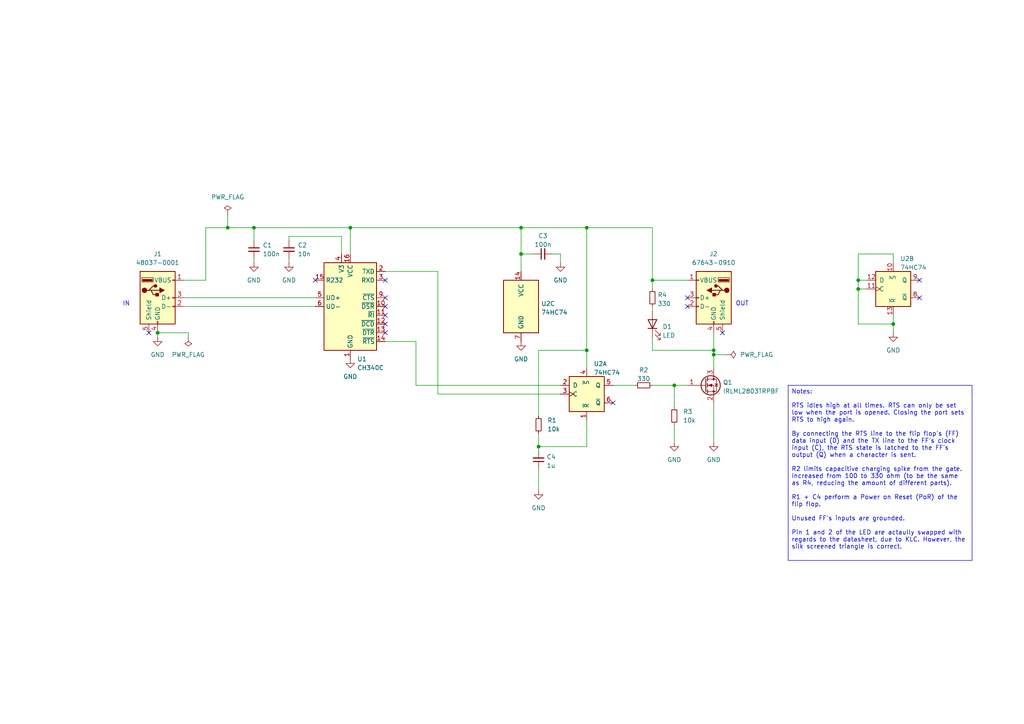
<source format=kicad_sch>
(kicad_sch (version 20230121) (generator eeschema)
  (paper "A4")
  (title_block (title "USB Power Stick") (date "2023-05-15") (rev "1.1") (company "Designed by Floris van der Ent (github.com/florisvde)") (comment 1 "https://ohwr.org/project/cernohl/wikis/Documents/CERN-OHL-version-2") (comment 2 "Released under the CERN Open Hardware Licence Version 2 - Strongly Reciprocal:"))
  (lib_symbols
    (symbol "74xx:74HC74" (pin_names (offset 1.016))
      (property "Reference" "U" (at -7.62 8.89 0))
      (property "Value" "74HC74" (at -7.62 -8.89 0))
      (symbol "74HC74_1_0"
        (pin input line (at 0 -7.62 90) (length 2.54) (name "~{R}") (number "1"))
        (pin input line (at -7.62 2.54 0) (length 2.54) (name "D") (number "2"))
        (pin input clock (at -7.62 0 0) (length 2.54) (name "C") (number "3"))
        (pin input line (at 0 7.62 270) (length 2.54) (name "~{S}") (number "4"))
        (pin output line (at 7.62 2.54 180) (length 2.54) (name "Q") (number "5"))
        (pin output line (at 7.62 -2.54 180) (length 2.54) (name "~{Q}") (number "6"))
      )
      (symbol "74HC74_1_1"
        (rectangle (start -5.08 5.08) (end 5.08 -5.08) (stroke (width 0.254)) (fill (type background)))
      )
      (symbol "74HC74_2_0"
        (pin input line (at 0 7.62 270) (length 2.54) (name "~{S}") (number "10"))
        (pin input clock (at -7.62 0 0) (length 2.54) (name "C") (number "11"))
        (pin input line (at -7.62 2.54 0) (length 2.54) (name "D") (number "12"))
        (pin input line (at 0 -7.62 90) (length 2.54) (name "~{R}") (number "13"))
        (pin output line (at 7.62 -2.54 180) (length 2.54) (name "~{Q}") (number "8"))
        (pin output line (at 7.62 2.54 180) (length 2.54) (name "Q") (number "9"))
      )
      (symbol "74HC74_2_1"
        (rectangle (start -5.08 5.08) (end 5.08 -5.08) (stroke (width 0.254)) (fill (type background)))
      )
      (symbol "74HC74_3_0"
        (pin power_in line (at 0 10.16 270) (length 2.54) (name "VCC") (number "14"))
        (pin power_in line (at 0 -10.16 90) (length 2.54) (name "GND") (number "7"))
      )
      (symbol "74HC74_3_1"
        (rectangle (start -5.08 7.62) (end 5.08 -7.62) (stroke (width 0.254)) (fill (type background)))
      )
    )
    (symbol "Connector:USB_A" (pin_names (offset 1.016))
      (property "Reference" "J" (at -5.08 11.43 0))
      (property "Value" "USB_A" (at -5.08 8.89 0))
      (symbol "USB_A_0_1"
        (rectangle (start -5.08 -7.62) (end 5.08 7.62) (stroke (width 0.254)) (fill (type background)))
        (circle (center -3.81 2.159) (radius 0.635) (stroke (width 0.254)) (fill (type outline)))
        (rectangle (start -1.524 4.826) (end -4.318 5.334) (fill (type outline)))
        (rectangle (start -1.27 4.572) (end -4.572 5.842))
        (circle (center -0.635 3.429) (radius 0.381) (stroke (width 0.254)) (fill (type outline)))
        (rectangle (start -0.127 -7.62) (end 0.127 -6.858))
        (polyline (pts (xy -3.175 2.159) (xy -2.54 2.159) (xy -1.27 3.429) (xy -0.635 3.429)) (stroke (width 0.254)))
        (polyline (pts (xy -2.54 2.159) (xy -1.905 2.159) (xy -1.27 0.889) (xy 0 0.889)) (stroke (width 0.254)))
        (polyline (pts (xy 0.635 2.794) (xy 0.635 1.524) (xy 1.905 2.159) (xy 0.635 2.794)) (stroke (width 0.254)) (fill (type outline)))
        (rectangle (start 0.254 1.27) (end -0.508 0.508) (stroke (width 0.254)) (fill (type outline)))
        (rectangle (start 5.08 -2.667) (end 4.318 -2.413))
        (rectangle (start 5.08 -0.127) (end 4.318 0.127))
        (rectangle (start 5.08 4.953) (end 4.318 5.207))
      )
      (symbol "USB_A_1_1"
        (polyline (pts (xy -1.905 2.159) (xy 0.635 2.159)) (stroke (width 0.254)))
        (pin power_in line (at 7.62 5.08 180) (length 2.54) (name "VBUS") (number "1"))
        (pin bidirectional line (at 7.62 -2.54 180) (length 2.54) (name "D-") (number "2"))
        (pin bidirectional line (at 7.62 0 180) (length 2.54) (name "D+") (number "3"))
        (pin power_in line (at 0 -10.16 90) (length 2.54) (name "GND") (number "4"))
        (pin passive line (at -2.54 -10.16 90) (length 2.54) (name "Shield") (number "5"))
      )
    )
    (symbol "Device:C_Small" (pin_numbers hide) (pin_names (offset 0.254) hide)
      (property "Reference" "C" (at 0.254 1.778 0))
      (property "Value" "C_Small" (at 0.254 -2.032 0))
      (symbol "C_Small_0_1"
        (polyline (pts (xy -1.524 -0.508) (xy 1.524 -0.508)) (stroke (width 0.3302)))
        (polyline (pts (xy -1.524 0.508) (xy 1.524 0.508)) (stroke (width 0.3048)))
      )
      (symbol "C_Small_1_1"
        (pin passive line (at 0 2.54 270) (length 2.032) (name "~") (number "1"))
        (pin passive line (at 0 -2.54 90) (length 2.032) (name "~") (number "2"))
      )
    )
    (symbol "Device:LED" (pin_numbers hide) (pin_names (offset 1.016) hide)
      (property "Reference" "D" (at 0 2.54 0))
      (property "Value" "LED" (at 0 -2.54 0))
      (symbol "LED_0_1"
        (polyline (pts (xy -1.27 -1.27) (xy -1.27 1.27)) (stroke (width 0.254)))
        (polyline (pts (xy -1.27 0) (xy 1.27 0)))
        (polyline (pts (xy 1.27 -1.27) (xy 1.27 1.27) (xy -1.27 0) (xy 1.27 -1.27)) (stroke (width 0.254)))
        (polyline (pts (xy -3.048 -0.762) (xy -4.572 -2.286) (xy -3.81 -2.286) (xy -4.572 -2.286) (xy -4.572 -1.524)))
        (polyline (pts (xy -1.778 -0.762) (xy -3.302 -2.286) (xy -2.54 -2.286) (xy -3.302 -2.286) (xy -3.302 -1.524)))
      )
      (symbol "LED_1_1"
        (pin passive line (at -3.81 0 0) (length 2.54) (name "K") (number "1"))
        (pin passive line (at 3.81 0 180) (length 2.54) (name "A") (number "2"))
      )
    )
    (symbol "Device:R_Small" (pin_numbers hide) (pin_names (offset 0.254) hide)
      (property "Reference" "R" (at 0.762 0.508 0))
      (property "Value" "R_Small" (at 0.762 -1.016 0))
      (symbol "R_Small_0_1"
        (rectangle (start -0.762 1.778) (end 0.762 -1.778) (stroke (width 0.2032)))
      )
      (symbol "R_Small_1_1"
        (pin passive line (at 0 2.54 270) (length 0.762) (name "~") (number "1"))
        (pin passive line (at 0 -2.54 90) (length 0.762) (name "~") (number "2"))
      )
    )
    (symbol "Interface_USB:CH340C"
      (property "Reference" "U" (at -5.08 13.97 0))
      (property "Value" "CH340C" (at 1.27 13.97 0))
      (symbol "CH340C_0_1"
        (rectangle (start -7.62 12.7) (end 7.62 -12.7) (stroke (width 0.254)) (fill (type background)))
      )
      (symbol "CH340C_1_1"
        (pin power_in line (at 0 -15.24 90) (length 2.54) (name "GND") (number "1"))
        (pin input line (at 10.16 0 180) (length 2.54) (name "~{DSR}") (number "10"))
        (pin input line (at 10.16 -2.54 180) (length 2.54) (name "~{RI}") (number "11"))
        (pin input line (at 10.16 -5.08 180) (length 2.54) (name "~{DCD}") (number "12"))
        (pin output line (at 10.16 -7.62 180) (length 2.54) (name "~{DTR}") (number "13"))
        (pin output line (at 10.16 -10.16 180) (length 2.54) (name "~{RTS}") (number "14"))
        (pin input line (at -10.16 7.62 0) (length 2.54) (name "R232") (number "15"))
        (pin power_in line (at 0 15.24 270) (length 2.54) (name "VCC") (number "16"))
        (pin output line (at 10.16 10.16 180) (length 2.54) (name "TXD") (number "2"))
        (pin input line (at 10.16 7.62 180) (length 2.54) (name "RXD") (number "3"))
        (pin passive line (at -2.54 15.24 270) (length 2.54) (name "V3") (number "4"))
        (pin bidirectional line (at -10.16 2.54 0) (length 2.54) (name "UD+") (number "5"))
        (pin bidirectional line (at -10.16 0 0) (length 2.54) (name "UD-") (number "6"))
        (pin no_connect line (at -7.62 -7.62 0) (length 2.54) hide (name "NC") (number "7"))
        (pin no_connect line (at -7.62 -10.16 0) (length 2.54) hide (name "NC") (number "8"))
        (pin input line (at 10.16 2.54 180) (length 2.54) (name "~{CTS}") (number "9"))
      )
    )
    (symbol "Transistor_FET:2N7002" (pin_names hide)
      (property "Reference" "Q" (at 5.08 1.905 0))
      (property "Value" "2N7002" (at 5.08 0 0))
      (symbol "2N7002_0_1"
        (polyline (pts (xy 0.254 0) (xy -2.54 0)))
        (polyline (pts (xy 0.254 1.905) (xy 0.254 -1.905)) (stroke (width 0.254)))
        (polyline (pts (xy 0.762 -1.27) (xy 0.762 -2.286)) (stroke (width 0.254)))
        (polyline (pts (xy 0.762 0.508) (xy 0.762 -0.508)) (stroke (width 0.254)))
        (polyline (pts (xy 0.762 2.286) (xy 0.762 1.27)) (stroke (width 0.254)))
        (polyline (pts (xy 2.54 2.54) (xy 2.54 1.778)))
        (polyline (pts (xy 2.54 -2.54) (xy 2.54 0) (xy 0.762 0)))
        (polyline (pts (xy 0.762 -1.778) (xy 3.302 -1.778) (xy 3.302 1.778) (xy 0.762 1.778)))
        (polyline (pts (xy 1.016 0) (xy 2.032 0.381) (xy 2.032 -0.381) (xy 1.016 0)) (fill (type outline)))
        (polyline (pts (xy 2.794 0.508) (xy 2.921 0.381) (xy 3.683 0.381) (xy 3.81 0.254)))
        (polyline (pts (xy 3.302 0.381) (xy 2.921 -0.254) (xy 3.683 -0.254) (xy 3.302 0.381)))
        (circle (center 1.651 0) (radius 2.794) (stroke (width 0.254)))
        (circle (center 2.54 -1.778) (radius 0.254) (fill (type outline)))
        (circle (center 2.54 1.778) (radius 0.254) (fill (type outline)))
      )
      (symbol "2N7002_1_1"
        (pin input line (at -5.08 0 0) (length 2.54) (name "G") (number "1"))
        (pin passive line (at 2.54 -5.08 90) (length 2.54) (name "S") (number "2"))
        (pin passive line (at 2.54 5.08 270) (length 2.54) (name "D") (number "3"))
      )
    )
    (symbol "power:GND" (power) (pin_names (offset 0))
      (property "Value" "GND" (at 0 -3.81 0))
      (symbol "GND_0_1"
        (polyline (pts (xy 0 0) (xy 0 -1.27) (xy 1.27 -1.27) (xy 0 -2.54) (xy -1.27 -1.27) (xy 0 -1.27)))
      )
      (symbol "GND_1_1"
        (pin power_in line (at 0 0 270) (length 0) hide (name "GND") (number "1"))
      )
    )
    (symbol "power:PWR_FLAG" (power) (pin_numbers hide) (pin_names (offset 0) hide)
      (property "Value" "PWR_FLAG" (at 0 3.81 0))
      (symbol "PWR_FLAG_0_0"
        (pin power_out line (at 0 0 90) (length 0) (name "pwr") (number "1"))
      )
      (symbol "PWR_FLAG_0_1"
        (polyline (pts (xy 0 0) (xy 0 1.27) (xy -1.016 1.905) (xy 0 2.54) (xy 1.016 1.905) (xy 0 1.27)))
      )
    )
  )
  (junction (at 207.01 102.87))
  (junction (at 248.92 83.82))
  (junction (at 170.18 101.6))
  (junction (at 248.92 81.28))
  (junction (at 151.13 66.04))
  (junction (at 195.58 111.76))
  (junction (at 66.04 66.04))
  (junction (at 101.6 66.04))
  (junction (at 156.21 129.54))
  (junction (at 259.08 93.98))
  (junction (at 189.23 81.28))
  (junction (at 45.72 96.52))
  (junction (at 207.01 101.6))
  (junction (at 73.66 66.04))
  (junction (at 170.18 66.04))
  (junction (at 151.13 73.66))
  (no_connect (at 199.39 86.36))
  (no_connect (at 91.44 81.28))
  (no_connect (at 266.7 81.28))
  (no_connect (at 111.76 93.98))
  (no_connect (at 111.76 96.52))
  (no_connect (at 111.76 88.9))
  (no_connect (at 177.8 116.84))
  (no_connect (at 111.76 86.36))
  (no_connect (at 209.55 96.52))
  (no_connect (at 111.76 91.44))
  (no_connect (at 43.18 96.52))
  (no_connect (at 111.76 81.28))
  (no_connect (at 266.7 86.36))
  (no_connect (at 199.39 88.9))
  (wire (pts (xy 248.92 81.28) (xy 251.46 81.28)))
  (wire (pts (xy 45.72 96.52) (xy 54.61 96.52)))
  (wire (pts (xy 156.21 129.54) (xy 156.21 130.81)))
  (wire (pts (xy 170.18 66.04) (xy 189.23 66.04)))
  (wire (pts (xy 259.08 96.52) (xy 259.08 93.98)))
  (wire (pts (xy 248.92 81.28) (xy 248.92 83.82)))
  (wire (pts (xy 170.18 129.54) (xy 156.21 129.54)))
  (wire (pts (xy 259.08 73.66) (xy 248.92 73.66)))
  (wire (pts (xy 83.82 76.2) (xy 83.82 74.93)))
  (wire (pts (xy 66.04 66.04) (xy 73.66 66.04)))
  (wire (pts (xy 156.21 101.6) (xy 156.21 120.65)))
  (wire (pts (xy 189.23 81.28) (xy 199.39 81.28)))
  (wire (pts (xy 59.69 81.28) (xy 59.69 66.04)))
  (wire (pts (xy 189.23 97.79) (xy 189.23 101.6)))
  (wire (pts (xy 177.8 111.76) (xy 184.15 111.76)))
  (wire (pts (xy 210.82 102.87) (xy 207.01 102.87)))
  (wire (pts (xy 170.18 121.92) (xy 170.18 129.54)))
  (wire (pts (xy 151.13 73.66) (xy 151.13 78.74)))
  (wire (pts (xy 189.23 88.9) (xy 189.23 90.17)))
  (wire (pts (xy 156.21 125.73) (xy 156.21 129.54)))
  (wire (pts (xy 99.06 73.66) (xy 99.06 68.58)))
  (wire (pts (xy 170.18 101.6) (xy 170.18 106.68)))
  (wire (pts (xy 248.92 73.66) (xy 248.92 81.28)))
  (wire (pts (xy 151.13 66.04) (xy 170.18 66.04)))
  (wire (pts (xy 189.23 66.04) (xy 189.23 81.28)))
  (wire (pts (xy 83.82 68.58) (xy 83.82 69.85)))
  (wire (pts (xy 111.76 78.74) (xy 127 78.74)))
  (wire (pts (xy 195.58 123.19) (xy 195.58 128.27)))
  (wire (pts (xy 53.34 88.9) (xy 91.44 88.9)))
  (wire (pts (xy 151.13 66.04) (xy 151.13 73.66)))
  (wire (pts (xy 207.01 96.52) (xy 207.01 101.6)))
  (wire (pts (xy 195.58 111.76) (xy 199.39 111.76)))
  (wire (pts (xy 120.65 99.06) (xy 120.65 111.76)))
  (wire (pts (xy 120.65 111.76) (xy 162.56 111.76)))
  (wire (pts (xy 45.72 97.79) (xy 45.72 96.52)))
  (wire (pts (xy 73.66 66.04) (xy 73.66 69.85)))
  (wire (pts (xy 73.66 76.2) (xy 73.66 74.93)))
  (wire (pts (xy 207.01 116.84) (xy 207.01 128.27)))
  (wire (pts (xy 101.6 66.04) (xy 73.66 66.04)))
  (wire (pts (xy 207.01 101.6) (xy 207.01 102.87)))
  (wire (pts (xy 156.21 142.24) (xy 156.21 135.89)))
  (wire (pts (xy 170.18 66.04) (xy 170.18 101.6)))
  (wire (pts (xy 59.69 66.04) (xy 66.04 66.04)))
  (wire (pts (xy 248.92 83.82) (xy 248.92 93.98)))
  (wire (pts (xy 259.08 76.2) (xy 259.08 73.66)))
  (wire (pts (xy 111.76 99.06) (xy 120.65 99.06)))
  (wire (pts (xy 259.08 93.98) (xy 259.08 91.44)))
  (wire (pts (xy 101.6 66.04) (xy 151.13 66.04)))
  (wire (pts (xy 195.58 111.76) (xy 195.58 118.11)))
  (wire (pts (xy 189.23 101.6) (xy 207.01 101.6)))
  (wire (pts (xy 101.6 73.66) (xy 101.6 66.04)))
  (wire (pts (xy 99.06 68.58) (xy 83.82 68.58)))
  (wire (pts (xy 207.01 102.87) (xy 207.01 106.68)))
  (wire (pts (xy 189.23 111.76) (xy 195.58 111.76)))
  (wire (pts (xy 248.92 83.82) (xy 251.46 83.82)))
  (wire (pts (xy 53.34 81.28) (xy 59.69 81.28)))
  (wire (pts (xy 162.56 73.66) (xy 162.56 76.2)))
  (wire (pts (xy 66.04 62.23) (xy 66.04 66.04)))
  (wire (pts (xy 160.02 73.66) (xy 162.56 73.66)))
  (wire (pts (xy 127 114.3) (xy 162.56 114.3)))
  (wire (pts (xy 154.94 73.66) (xy 151.13 73.66)))
  (wire (pts (xy 189.23 81.28) (xy 189.23 83.82)))
  (wire (pts (xy 54.61 96.52) (xy 54.61 97.79)))
  (wire (pts (xy 127 78.74) (xy 127 114.3)))
  (wire (pts (xy 248.92 93.98) (xy 259.08 93.98)))
  (wire (pts (xy 156.21 101.6) (xy 170.18 101.6)))
  (wire (pts (xy 53.34 86.36) (xy 91.44 86.36)))
  (text_box "Notes:\n\nRTS idles high at all times. RTS can only be set low when the port is opened. Closing the port sets RTS to high again.\n\nBy connecting the RTS line to the flip flop's (FF) data input (D) and the TX line to the FF's clock input (C), the RTS state is latched to the FF's output (Q) when a character is sent.\n\nR2 limits capacitive charging spike from the gate. Increased from 100 to 330 ohm (to be the same as R4, reducing the amount of different parts).\n\nR1 + C4 perform a Power on Reset (PoR) of the flip flop.\n\nUnused FF's inputs are grounded.\n\nPin 1 and 2 of the LED are actaully swapped with regards to the datasheet, due to KLC. However, the silk screened triangle is correct." (at 228.6 111.76 0) (size 53.34 50.8) (effects (font (size 1.27 1.27)) (justify left top)))
  (text "OUT" (at 213.36 88.9 0) (effects (font (size 1.27 1.27)) (justify left bottom)))
  (text "IN" (at 35.56 88.9 0) (effects (font (size 1.27 1.27)) (justify left bottom)))
  (symbol (lib_id "Connector:USB_A") (at 207.01 86.36 0) (mirror y) (unit 1)
    (property "Reference" "J2" (at 205.74 73.66 0) (effects (justify right)))
    (property "Value" "67643-0910" (at 200.66 76.2 0) (effects (justify right)))
    (property "Footprint" "Connector_USB:USB_A_Molex_67643_Horizontal" (effects hide))
    (property "Datasheet" " https://www.japanese.molex.com/content/dam/molex/molex-dot-com/products/automated/en-us/salesdrawingpdf/676/67643/676430910_sd.pdf" (effects hide))
    (property "Farnell" "1450206" (effects hide))
    (property "link" "https://nl.farnell.com/1450206" (effects hide))
  )
  (symbol (lib_id "Device:LED") (at 189.23 93.98 90) (unit 1)
    (property "Reference" "D1" (at 192.151 94.7328 90) (effects (justify right)))
    (property "Value" "LED" (at 192.151 97.2697 90) (effects (justify right)))
    (property "Footprint" "LED_SMD:LED_0805_2012Metric" (effects hide))
    (property "Datasheet" "https://www.farnell.com/datasheets/622356.pdf" (effects hide))
    (property "Farnell" "1318244" (effects hide))
    (property "link" "https://nl.farnell.com/1318244" (effects hide))
  )
  (symbol (lib_id "power:GND") (at 195.58 128.27 0) (unit 1)
    (property "Reference" "#PWR08" (effects hide))
    (property "Value" "GND" (at 195.58 133.35 0))
  )
  (symbol (lib_id "power:GND") (at 207.01 128.27 0) (unit 1)
    (property "Reference" "#PWR05" (effects hide))
    (property "Value" "GND" (at 207.01 133.35 0))
  )
  (symbol (lib_id "Device:C_Small") (at 73.66 72.39 0) (unit 1)
    (property "Reference" "C1" (at 76.2 71.1262 0) (effects (justify left)))
    (property "Value" "100n" (at 76.2 73.6662 0) (effects (justify left)))
    (property "Footprint" "Resistor_SMD:R_0805_2012Metric" (effects hide))
  )
  (symbol (lib_id "Device:R_Small") (at 156.21 123.19 0) (unit 1)
    (property "Reference" "R1" (at 158.75 121.9199 0) (effects (justify left)))
    (property "Value" "10k" (at 158.75 124.4599 0) (effects (justify left)))
    (property "Footprint" "Resistor_SMD:R_0805_2012Metric" (effects hide))
  )
  (symbol (lib_id "Device:C_Small") (at 156.21 133.35 180) (unit 1)
    (property "Reference" "C4" (at 158.5341 132.5089 0) (effects (justify right)))
    (property "Value" "1u" (at 158.5341 135.0458 0) (effects (justify right)))
    (property "Footprint" "Resistor_SMD:R_0805_2012Metric" (effects hide))
  )
  (symbol (lib_id "power:PWR_FLAG") (at 54.61 97.79 180) (unit 1)
    (property "Reference" "#FLG03" (effects hide))
    (property "Value" "PWR_FLAG" (at 54.61 102.87 0))
  )
  (symbol (lib_id "power:GND") (at 101.6 104.14 0) (unit 1)
    (property "Reference" "#PWR04" (effects hide))
    (property "Value" "GND" (at 101.6 109.22 0))
  )
  (symbol (lib_id "Transistor_FET:2N7002") (at 204.47 111.76 0) (unit 1)
    (property "Reference" "Q1" (at 209.677 110.9253 0) (effects (justify left)))
    (property "Value" "IRLML2803TRPBF" (at 209.677 113.4622 0) (effects (justify left)))
    (property "Footprint" "Package_TO_SOT_SMD:SOT-23" (effects hide))
    (property "Datasheet" "https://www.infineon.com/dgdl/Infineon-IRLML2803-DataSheet-v01_01-EN.pdf?fileId=5546d462533600a4015356682aff260f" (effects hide))
    (property "Farnell" "9102701" (effects hide))
    (property "link" "https://nl.farnell.com/9102701" (effects hide))
  )
  (symbol (lib_id "power:PWR_FLAG") (at 66.04 62.23 0) (unit 1)
    (property "Reference" "#FLG01" (effects hide))
    (property "Value" "PWR_FLAG" (at 66.04 57.15 0))
  )
  (symbol (lib_id "power:PWR_FLAG") (at 210.82 102.87 270) (unit 1)
    (property "Reference" "#FLG02" (effects hide))
    (property "Value" "PWR_FLAG" (at 214.63 102.8699 90) (effects (justify left)))
  )
  (symbol (lib_id "74xx:74HC74") (at 259.08 83.82 0) (unit 2)
    (property "Reference" "U2" (at 261.0994 75.0402 0) (effects (justify left)))
    (property "Value" "74HC74" (at 261.0994 77.5771 0) (effects (justify left)))
    (property "Footprint" "Package_SO:SOIC-14_3.9x8.7mm_P1.27mm" (effects hide))
    (property "Datasheet" "https://assets.nexperia.com/documents/data-sheet/74HC_HCT74.pdf" (effects hide))
    (property "Farnell" "1201317" (effects hide))
    (property "link" "https://nl.farnell.com/1201317" (effects hide))
  )
  (symbol (lib_id "power:GND") (at 73.66 76.2 0) (unit 1)
    (property "Reference" "#PWR02" (effects hide))
    (property "Value" "GND" (at 73.66 81.28 0))
  )
  (symbol (lib_id "power:GND") (at 45.72 97.79 0) (unit 1)
    (property "Reference" "#PWR01" (effects hide))
    (property "Value" "GND" (at 45.72 102.87 0))
  )
  (symbol (lib_id "power:GND") (at 83.82 76.2 0) (unit 1)
    (property "Reference" "#PWR03" (effects hide))
    (property "Value" "GND" (at 83.82 81.28 0))
  )
  (symbol (lib_id "Device:R_Small") (at 186.69 111.76 90) (unit 1)
    (property "Reference" "R2" (at 186.69 107.3236 90))
    (property "Value" "330" (at 186.69 109.8605 90))
    (property "Footprint" "Resistor_SMD:R_0805_2012Metric" (effects hide))
  )
  (symbol (lib_id "Device:R_Small") (at 189.23 86.36 0) (unit 1)
    (property "Reference" "R4" (at 190.7286 85.5253 0) (effects (justify left)))
    (property "Value" "330" (at 190.7286 88.0622 0) (effects (justify left)))
    (property "Footprint" "Resistor_SMD:R_0805_2012Metric" (effects hide))
  )
  (symbol (lib_id "Device:R_Small") (at 195.58 120.65 0) (unit 1)
    (property "Reference" "R3" (at 198.12 119.3799 0) (effects (justify left)))
    (property "Value" "10k" (at 198.12 121.9199 0) (effects (justify left)))
    (property "Footprint" "Resistor_SMD:R_0805_2012Metric" (effects hide))
  )
  (symbol (lib_id "power:GND") (at 162.56 76.2 0) (unit 1)
    (property "Reference" "#PWR07" (effects hide))
    (property "Value" "GND" (at 162.56 81.28 0))
  )
  (symbol (lib_id "Connector:USB_A") (at 45.72 86.36 0) (unit 1)
    (property "Reference" "J1" (at 45.72 73.66 0))
    (property "Value" "48037-0001" (at 45.72 76.2 0))
    (property "Footprint" "kicad_custom_parts:Molex_48037-0001" (effects hide))
    (property "Datasheet" "https://www.japanese.molex.com/content/dam/molex/molex-dot-com/products/automated/en-us/salesdrawingpdf/480/48037/480370001_sd.pdf" (effects hide))
    (property "Farnell" "2067044" (effects hide))
    (property "link" "https://nl.farnell.com/2067044" (effects hide))
  )
  (symbol (lib_id "power:GND") (at 156.21 142.24 0) (unit 1)
    (property "Reference" "#PWR0102" (effects hide))
    (property "Value" "GND" (at 156.21 147.32 0))
  )
  (symbol (lib_id "74xx:74HC74") (at 151.13 88.9 0) (unit 3)
    (property "Reference" "U2" (at 156.972 88.0653 0) (effects (justify left)))
    (property "Value" "74HC74" (at 156.972 90.6022 0) (effects (justify left)))
    (property "Footprint" "Package_SO:SOIC-14_3.9x8.7mm_P1.27mm" (effects hide))
    (property "Datasheet" "https://assets.nexperia.com/documents/data-sheet/74HC_HCT74.pdf" (effects hide))
    (property "Farnell" "1201317" (effects hide))
    (property "link" "https://nl.farnell.com/1201317" (effects hide))
  )
  (symbol (lib_id "74xx:74HC74") (at 170.18 114.3 0) (unit 1)
    (property "Reference" "U2" (at 172.1994 105.5202 0) (effects (justify left)))
    (property "Value" "74HC74" (at 172.1994 108.0571 0) (effects (justify left)))
    (property "Footprint" "Package_SO:SOIC-14_3.9x8.7mm_P1.27mm" (effects hide))
    (property "Datasheet" "https://assets.nexperia.com/documents/data-sheet/74HC_HCT74.pdf" (effects hide))
    (property "Farnell" "1201317" (effects hide))
    (property "link" "https://nl.farnell.com/1201317" (effects hide))
  )
  (symbol (lib_id "power:GND") (at 259.08 96.52 0) (unit 1)
    (property "Reference" "#PWR0101" (effects hide))
    (property "Value" "GND" (at 259.08 101.6 0))
  )
  (symbol (lib_id "Device:C_Small") (at 157.48 73.66 90) (unit 1)
    (property "Reference" "C3" (at 157.4863 68.3981 90))
    (property "Value" "100n" (at 157.4863 70.935 90))
    (property "Footprint" "Resistor_SMD:R_0805_2012Metric" (effects hide))
  )
  (symbol (lib_id "Device:C_Small") (at 83.82 72.39 0) (unit 1)
    (property "Reference" "C2" (at 86.36 71.1262 0) (effects (justify left)))
    (property "Value" "10n" (at 86.36 73.6662 0) (effects (justify left)))
    (property "Footprint" "Resistor_SMD:R_0805_2012Metric" (effects hide))
  )
  (symbol (lib_id "power:GND") (at 151.13 99.06 0) (unit 1)
    (property "Reference" "#PWR06" (effects hide))
    (property "Value" "GND" (at 151.13 104.14 0))
  )
  (symbol (lib_id "Interface_USB:CH340C") (at 101.6 88.9 0) (unit 1)
    (property "Reference" "U1" (at 103.6194 104.14 0) (effects (justify left)))
    (property "Value" "CH340C" (at 103.6194 106.68 0) (effects (justify left)))
    (property "Footprint" "Package_SO:SOIC-16_3.9x9.9mm_P1.27mm" (effects hide))
    (property "Datasheet" "http://www.wch-ic.com/downloads/CH340DS1_PDF.html" (effects hide))
    (property "link" "https://www.lcsc.com/product-detail/USB-ICs_WCH-Jiangsu-Qin-Heng-CH340C_C84681.html" (effects hide))
  )
)
</source>
